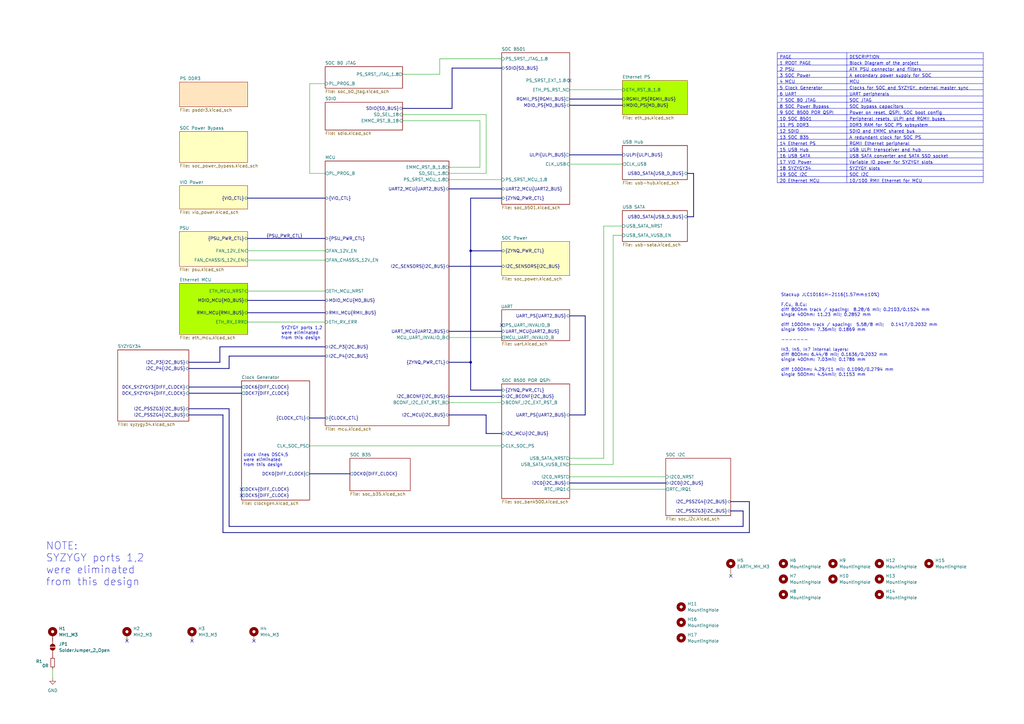
<source format=kicad_sch>
(kicad_sch (version 20250114) (generator "eeschema") (generator_version "9.0")
  (paper "A3")
  (title_block (title "NASR-M") (date "2025-09-22") (rev "D 0.9.4") (company "electrodyssey.net") (comment 1 "Top Level Schema") (comment 2 "(c) Nazim 2025") (comment 3 "Author: Nazim Aghabayov") (comment 4 "SYZYGY Carrier Mainboard") (comment 5 "rel: Fletched Bustard"))
  (lib_symbols
    (symbol "Device:R_Small" (pin_numbers (hide yes)) (pin_names (offset 0.254) (hide yes))
      (property "Reference" "R" (at 0.762 0.508 0))
      (property "Value" "R_Small" (at 0.762 -1.016 0))
      (symbol "R_Small_0_1"
        (rectangle (start -0.762 1.778) (end 0.762 -1.778) (stroke (width 0.2032)))
      )
      (symbol "R_Small_1_1"
        (pin passive line (at 0 2.54 270) (length 0.762) (name "~") (number "1"))
        (pin passive line (at 0 -2.54 90) (length 0.762) (name "~") (number "2"))
      )
    )
    (symbol "Jumper:SolderJumper_2_Open" (pin_numbers (hide yes)) (pin_names (offset 0) (hide yes)) (exclude_from_sim yes) (in_bom no)
      (property "Reference" "JP" (at 0 2.032 0))
      (property "Value" "SolderJumper_2_Open" (at 0 -2.54 0))
      (symbol "SolderJumper_2_Open_0_1"
        (polyline (pts (xy -0.254 1.016) (xy -0.254 -1.016)))
        (arc (start -0.254 -1.016) (mid -1.2656 0) (end -0.254 1.016))
        (arc (start -0.254 -1.016) (mid -1.2656 0) (end -0.254 1.016) (fill (type outline)))
        (arc (start 0.254 1.016) (mid 1.2656 0) (end 0.254 -1.016))
        (arc (start 0.254 1.016) (mid 1.2656 0) (end 0.254 -1.016) (fill (type outline)))
        (polyline (pts (xy 0.254 1.016) (xy 0.254 -1.016)))
      )
      (symbol "SolderJumper_2_Open_1_1"
        (pin passive line (at -3.81 0 0) (length 2.54) (name "A") (number "1"))
        (pin passive line (at 3.81 0 180) (length 2.54) (name "B") (number "2"))
      )
    )
    (symbol "Mechanical:MountingHole" (pin_names (offset 1.016)) (exclude_from_sim yes) (in_bom no)
      (property "Reference" "H" (at 0 5.08 0))
      (property "Value" "MountingHole" (at 0 3.175 0))
      (symbol "MountingHole_0_1"
        (circle (center 0 0) (radius 1.27) (stroke (width 1.27)))
      )
    )
    (symbol "Mechanical:MountingHole_Pad" (pin_numbers (hide yes)) (pin_names (offset 1.016) (hide yes)) (exclude_from_sim yes) (in_bom no)
      (property "Reference" "H" (at 0 6.35 0))
      (property "Value" "MountingHole_Pad" (at 0 4.445 0))
      (symbol "MountingHole_Pad_0_1"
        (circle (center 0 1.27) (radius 1.27) (stroke (width 1.27)))
      )
      (symbol "MountingHole_Pad_1_1"
        (pin input line (at 0 -2.54 90) (length 2.54) (name "1") (number "1"))
      )
    )
    (symbol "power:GND" (power) (pin_numbers (hide yes)) (pin_names (offset 0) (hide yes))
      (property "Value" "GND" (at 0 -3.81 0))
      (symbol "GND_0_1"
        (polyline (pts (xy 0 0) (xy 0 -1.27) (xy 1.27 -1.27) (xy 0 -2.54) (xy -1.27 -1.27) (xy 0 -1.27)))
      )
      (symbol "GND_1_1"
        (pin power_in line (at 0 0 270) (length 0) (name "~") (number "1"))
      )
    )
  )
  (text "clock lines DSC4,5\nwere eliminated\nfrom this design" (at 99.822 188.722 0) (effects (font (size 1.27 1.27)) (justify left)))
  (text "NOTE:\nSYZYGY ports 1,2 \nwere eliminated\nfrom this design" (at 18.796 231.394 0) (effects (font (size 3.048 3.048)) (justify left)))
  (text "SYZYGY ports 1,2\nwere eliminated\nfrom this design" (at 115.316 136.652 0) (effects (font (size 1.27 1.27)) (justify left)))
  (text "Stackup JLC10161H-2116(1.57mm±10%)\n\nF.Cu, B.Cu:\ndiff 80Ohm track / spacing:  8.28/6 mil; 0.2103/0.1524 mm\nsingle 40Ohm: 11.23 mil; 0.2852 mm\n\ndiff 100Ohm track / spacing:  5.58/8 mil;   0.1417/0.2032 mm\nsingle 50Ohm: 7.36mil; 0.1869 mm\n\n-------\n\nIn3, In5, In7 internal layers:\ndiff 80Ohm: 6.44/8 mil; 0.1636/0.2032 mm\nsingle 40Ohm: 7.03mil; 0.1786 mm\n\ndiff 100Ohm: 4.29/11 mil; 0.1090/0.2794 mm\nsingle 50Ohm: 4.54mil; 0.1153 mm\n\n" (at 320.294 138.43 0) (effects (font (size 1.27 1.27)) (justify left)))
  (junction (at 193.04 102.87))
  (junction (at 193.04 148.59))
  (no_connect (at 52.07 262.89))
  (no_connect (at 78.74 262.89))
  (no_connect (at 299.72 236.22))
  (no_connect (at 205.74 133.35))
  (no_connect (at 233.68 33.02))
  (no_connect (at 104.14 262.89))
  (no_connect (at 99.06 200.66))
  (no_connect (at 99.06 203.2))
  (bus (pts (xy 284.48 71.12) (xy 284.48 88.9)))
  (bus (pts (xy 233.68 198.12) (xy 273.05 198.12)))
  (wire (pts (xy 184.15 73.66) (xy 205.74 73.66)))
  (bus (pts (xy 184.15 162.56) (xy 205.74 162.56)))
  (bus (pts (xy 199.39 177.8) (xy 199.39 170.18)))
  (wire (pts (xy 233.68 200.66) (xy 273.05 200.66)))
  (bus (pts (xy 199.39 170.18) (xy 184.15 170.18)))
  (bus (pts (xy 101.6 128.27) (xy 133.35 128.27)))
  (wire (pts (xy 52.07 262.89) (xy 52.07 261.62)))
  (bus (pts (xy 77.47 158.75) (xy 99.06 158.75)))
  (wire (pts (xy 127 34.29) (xy 127 71.12)))
  (wire (pts (xy 247.65 187.96) (xy 233.68 187.96)))
  (wire (pts (xy 233.68 67.31) (xy 255.27 67.31)))
  (wire (pts (xy 299.72 234.95) (xy 299.72 236.22)))
  (bus (pts (xy 304.8 209.55) (xy 299.72 209.55)))
  (wire (pts (xy 251.46 190.5) (xy 233.68 190.5)))
  (bus (pts (xy 193.04 102.87) (xy 205.74 102.87)))
  (bus (pts (xy 193.04 102.87) (xy 193.04 148.59)))
  (wire (pts (xy 233.68 36.83) (xy 255.27 36.83)))
  (wire (pts (xy 21.59 274.32) (xy 21.59 278.13)))
  (bus (pts (xy 77.47 151.13) (xy 93.98 151.13)))
  (bus (pts (xy 133.35 146.05) (xy 93.98 146.05)))
  (bus (pts (xy 184.15 109.22) (xy 205.74 109.22)))
  (wire (pts (xy 184.15 165.1) (xy 205.74 165.1)))
  (wire (pts (xy 196.85 68.58) (xy 184.15 68.58)))
  (bus (pts (xy 101.6 123.19) (xy 133.35 123.19)))
  (bus (pts (xy 133.35 142.24) (xy 90.17 142.24)))
  (bus (pts (xy 304.8 215.9) (xy 304.8 209.55)))
  (wire (pts (xy 184.15 138.43) (xy 205.74 138.43)))
  (bus (pts (xy 193.04 148.59) (xy 193.04 160.02)))
  (bus (pts (xy 205.74 81.28) (xy 193.04 81.28)))
  (bus (pts (xy 233.68 63.5) (xy 255.27 63.5)))
  (bus (pts (xy 91.44 170.18) (xy 91.44 218.44)))
  (bus (pts (xy 233.68 129.54) (xy 240.03 129.54)))
  (bus (pts (xy 233.68 43.18) (xy 255.27 43.18)))
  (bus (pts (xy 93.98 215.9) (xy 304.8 215.9)))
  (wire (pts (xy 196.85 49.53) (xy 196.85 68.58)))
  (bus (pts (xy 205.74 27.94) (xy 185.42 27.94)))
  (wire (pts (xy 180.34 30.48) (xy 180.34 24.13)))
  (wire (pts (xy 199.39 46.99) (xy 199.39 71.12)))
  (wire (pts (xy 255.27 96.52) (xy 251.46 96.52)))
  (bus (pts (xy 101.6 97.79) (xy 133.35 97.79)))
  (bus (pts (xy 281.94 71.12) (xy 284.48 71.12)))
  (bus (pts (xy 205.74 177.8) (xy 199.39 177.8)))
  (bus (pts (xy 205.74 160.02) (xy 193.04 160.02)))
  (bus (pts (xy 77.47 161.29) (xy 99.06 161.29)))
  (bus (pts (xy 93.98 151.13) (xy 93.98 146.05)))
  (bus (pts (xy 307.34 218.44) (xy 307.34 205.74)))
  (bus (pts (xy 77.47 167.64) (xy 93.98 167.64)))
  (wire (pts (xy 184.15 71.12) (xy 199.39 71.12)))
  (wire (pts (xy 247.65 92.71) (xy 247.65 187.96)))
  (bus (pts (xy 127 194.31) (xy 143.51 194.31)))
  (bus (pts (xy 240.03 129.54) (xy 240.03 170.18)))
  (bus (pts (xy 184.15 77.47) (xy 205.74 77.47)))
  (wire (pts (xy 127 71.12) (xy 133.35 71.12)))
  (bus (pts (xy 185.42 44.45) (xy 185.42 27.94)))
  (wire (pts (xy 101.6 119.38) (xy 133.35 119.38)))
  (bus (pts (xy 299.72 205.74) (xy 307.34 205.74)))
  (bus (pts (xy 101.6 81.28) (xy 133.35 81.28)))
  (bus (pts (xy 193.04 81.28) (xy 193.04 102.87)))
  (bus (pts (xy 91.44 218.44) (xy 307.34 218.44)))
  (bus (pts (xy 165.1 44.45) (xy 185.42 44.45)))
  (wire (pts (xy 251.46 96.52) (xy 251.46 190.5)))
  (wire (pts (xy 127 34.29) (xy 133.35 34.29)))
  (bus (pts (xy 184.15 135.89) (xy 205.74 135.89)))
  (bus (pts (xy 93.98 167.64) (xy 93.98 215.9)))
  (wire (pts (xy 101.6 132.08) (xy 133.35 132.08)))
  (wire (pts (xy 165.1 30.48) (xy 180.34 30.48)))
  (wire (pts (xy 165.1 46.99) (xy 199.39 46.99)))
  (bus (pts (xy 184.15 148.59) (xy 193.04 148.59)))
  (bus (pts (xy 77.47 148.59) (xy 90.17 148.59)))
  (bus (pts (xy 77.47 170.18) (xy 91.44 170.18)))
  (wire (pts (xy 165.1 49.53) (xy 196.85 49.53)))
  (wire (pts (xy 127 182.88) (xy 205.74 182.88)))
  (wire (pts (xy 101.6 102.87) (xy 133.35 102.87)))
  (bus (pts (xy 90.17 142.24) (xy 90.17 148.59)))
  (wire (pts (xy 233.68 195.58) (xy 273.05 195.58)))
  (wire (pts (xy 255.27 92.71) (xy 247.65 92.71)))
  (bus (pts (xy 233.68 170.18) (xy 240.03 170.18)))
  (wire (pts (xy 101.6 106.68) (xy 133.35 106.68)))
  (bus (pts (xy 127 171.45) (xy 133.35 171.45)))
  (wire (pts (xy 180.34 24.13) (xy 205.74 24.13)))
  (bus (pts (xy 281.94 88.9) (xy 284.48 88.9)))
  (bus (pts (xy 233.68 40.64) (xy 255.27 40.64)))
  (wire (pts (xy 21.59 262.89) (xy 21.59 261.62)))
  (table (column_count 2) (border (external yes) (header yes)) (separators (rows yes) (cols yes)) (column_widths 28.575 55.88) (row_heights 2.54 2.54 2.54 2.54 2.54 2.54 2.54 2.54 2.54 2.54 2.54 2.54 2.54 2.54 2.54 2.54 2.54 2.54 2.54 2.54 2.54) (cells (table_cell "PAGE" (at 318.77 21.59 0) (size 28.575 2.54) (margins 0.9525 0.9525 0.9525 0.9525) (span 1 1)) (table_cell "DESCRIPTION" (at 347.345 21.59 0) (size 55.88 2.54) (margins 0.9525 0.9525 0.9525 0.9525) (span 1 1)) (table_cell "1 ROOT PAGE" (at 318.77 24.13 0) (size 28.575 2.54) (margins 0.9525 0.9525 0.9525 0.9525) (span 1 1)) (table_cell "Block Diagram of the project" (at 347.345 24.13 0) (size 55.88 2.54) (margins 0.9525 0.9525 0.9525 0.9525) (span 1 1)) (table_cell "2 PSU" (at 318.77 26.67 0) (size 28.575 2.54) (margins 0.9525 0.9525 0.9525 0.9525) (span 1 1)) (table_cell "ATX PSU connector and filters" (at 347.345 26.67 0) (size 55.88 2.54) (margins 0.9525 0.9525 0.9525 0.9525) (span 1 1)) (table_cell "3 SOC Power" (at 318.77 29.21 0) (size 28.575 2.54) (margins 0.9525 0.9525 0.9525 0.9525) (span 1 1)) (table_cell "A secondary power supply for SOC" (at 347.345 29.21 0) (size 55.88 2.54) (margins 0.9525 0.9525 0.9525 0.9525) (span 1 1)) (table_cell "4 MCU" (at 318.77 31.75 0) (size 28.575 2.54) (margins 0.9525 0.9525 0.9525 0.9525) (span 1 1)) (table_cell "MCU" (at 347.345 31.75 0) (size 55.88 2.54) (margins 0.9525 0.9525 0.9525 0.9525) (span 1 1)) (table_cell "5 Clock Generator" (at 318.77 34.29 0) (size 28.575 2.54) (margins 0.9525 0.9525 0.9525 0.9525) (span 1 1)) (table_cell "Clocks for SOC and SYZYGY, external master sync" (at 347.345 34.29 0) (size 55.88 2.54) (margins 0.9525 0.9525 0.9525 0.9525) (span 1 1)) (table_cell "6 UART" (at 318.77 36.83 0) (size 28.575 2.54) (margins 0.9525 0.9525 0.9525 0.9525) (span 1 1)) (table_cell "UART peripherals" (at 347.345 36.83 0) (size 55.88 2.54) (margins 0.9525 0.9525 0.9525 0.9525) (span 1 1)) (table_cell "7 SOC B0 JTAG" (at 318.77 39.37 0) (size 28.575 2.54) (margins 0.9525 0.9525 0.9525 0.9525) (span 1 1)) (table_cell "SOC JTAG" (at 347.345 39.37 0) (size 55.88 2.54) (margins 0.9525 0.9525 0.9525 0.9525) (span 1 1)) (table_cell "8 SOC Power Bypass" (at 318.77 41.91 0) (size 28.575 2.54) (margins 0.9525 0.9525 0.9525 0.9525) (span 1 1)) (table_cell "SOC bypass capacitors" (at 347.345 41.91 0) (size 55.88 2.54) (margins 0.9525 0.9525 0.9525 0.9525) (span 1 1)) (table_cell "9 SOC B500 POR QSPI" (at 318.77 44.45 0) (size 28.575 2.54) (margins 0.9525 0.9525 0.9525 0.9525) (span 1 1)) (table_cell "Power on reset, QSPI, SOC boot config" (at 347.345 44.45 0) (size 55.88 2.54) (margins 0.9525 0.9525 0.9525 0.9525) (span 1 1)) (table_cell "10 SOC B501" (at 318.77 46.99 0) (size 28.575 2.54) (margins 0.9525 0.9525 0.9525 0.9525) (span 1 1)) (table_cell "Peripheral resets, ULPI and RGMII buses" (at 347.345 46.99 0) (size 55.88 2.54) (margins 0.9525 0.9525 0.9525 0.9525) (span 1 1)) (table_cell "11 PS DDR3" (at 318.77 49.53 0) (size 28.575 2.54) (margins 0.9525 0.9525 0.9525 0.9525) (span 1 1)) (table_cell "DDR3 RAM for SOC PS sybsystem" (at 347.345 49.53 0) (size 55.88 2.54) (margins 0.9525 0.9525 0.9525 0.9525) (span 1 1)) (table_cell "12 SDIO" (at 318.77 52.07 0) (size 28.575 2.54) (margins 0.9525 0.9525 0.9525 0.9525) (span 1 1)) (table_cell "SDIO and EMMC shared bus" (at 347.345 52.07 0) (size 55.88 2.54) (margins 0.9525 0.9525 0.9525 0.9525) (span 1 1)) (table_cell "13 SOC B35" (at 318.77 54.61 0) (size 28.575 2.54) (margins 0.9525 0.9525 0.9525 0.9525) (span 1 1)) (table_cell "A redundant clock for SOC PS" (at 347.345 54.61 0) (size 55.88 2.54) (margins 0.9525 0.9525 0.9525 0.9525) (span 1 1)) (table_cell "14 Ethernet PS" (at 318.77 57.15 0) (size 28.575 2.54) (margins 0.9525 0.9525 0.9525 0.9525) (span 1 1)) (table_cell "RGMII Ethernet peripheral" (at 347.345 57.15 0) (size 55.88 2.54) (margins 0.9525 0.9525 0.9525 0.9525) (span 1 1)) (table_cell "15 USB Hub" (at 318.77 59.69 0) (size 28.575 2.54) (margins 0.9525 0.9525 0.9525 0.9525) (span 1 1)) (table_cell "USB ULPI transceiver and hub" (at 347.345 59.69 0) (size 55.88 2.54) (margins 0.9525 0.9525 0.9525 0.9525) (span 1 1)) (table_cell "16 USB SATA" (at 318.77 62.23 0) (size 28.575 2.54) (margins 0.9525 0.9525 0.9525 0.9525) (span 1 1)) (table_cell "USB SATA converter and SATA SSD socket" (at 347.345 62.23 0) (size 55.88 2.54) (margins 0.9525 0.9525 0.9525 0.9525) (span 1 1)) (table_cell "17 VIO Power" (at 318.77 64.77 0) (size 28.575 2.54) (margins 0.9525 0.9525 0.9525 0.9525) (span 1 1)) (table_cell "Variable IO power for SYZYGY slots" (at 347.345 64.77 0) (size 55.88 2.54) (margins 0.9525 0.9525 0.9525 0.9525) (span 1 1)) (table_cell "18 SYZYGY34" (at 318.77 67.31 0) (size 28.575 2.54) (margins 0.9525 0.9525 0.9525 0.9525) (span 1 1)) (table_cell "SYZYGY slots" (at 347.345 67.31 0) (size 55.88 2.54) (margins 0.9525 0.9525 0.9525 0.9525) (span 1 1)) (table_cell "19 SOC I2C" (at 318.77 69.85 0) (size 28.575 2.54) (margins 0.9525 0.9525 0.9525 0.9525) (span 1 1)) (table_cell "SOC I2C" (at 347.345 69.85 0) (size 55.88 2.54) (margins 0.9525 0.9525 0.9525 0.9525) (span 1 1)) (table_cell "20 Ethernet MCU" (at 318.77 72.39 0) (size 28.575 2.54) (margins 0.9525 0.9525 0.9525 0.9525) (span 1 1)) (table_cell "10/100 RMII Ethernet for MCU" (at 347.345 72.39 0) (size 55.88 2.54) (margins 0.9525 0.9525 0.9525 0.9525) (span 1 1))))
  (label "{PSU_PWR_CTL}" (at 109.22 97.79 0))
  (symbol (lib_id "Mechanical:MountingHole_Pad") (at 299.72 232.41 0) (unit 1) (exclude_from_sim yes) (in_bom no)
    (property "Reference" "H5" (at 302.26 229.8699 0) (effects (justify left)))
    (property "Value" "EARTH_MH_M3" (at 302.26 232.4099 0) (effects (justify left)))
    (property "Footprint" "MountingHole:MountingHole_3.2mm_M3_Pad_Via" (effects (hide yes)))
    (property "Description" "Mounting Hole with connection" (effects (hide yes)))
  )
  (symbol (lib_id "Mechanical:MountingHole") (at 279.4 248.92 0) (unit 1) (exclude_from_sim yes) (in_bom no)
    (property "Reference" "H11" (at 281.94 247.6499 0) (effects (justify left)))
    (property "Value" "MountingHole" (at 281.94 250.1899 0) (effects (justify left)))
    (property "Footprint" "MountingHole:MountingHole_4.3mm_M4_Pad_TopBottom" (effects (hide yes)))
    (property "Description" "Mounting Hole without connection" (effects (hide yes)))
  )
  (symbol (lib_id "Mechanical:MountingHole") (at 321.31 231.14 0) (unit 1) (exclude_from_sim yes) (in_bom no)
    (property "Reference" "H6" (at 323.85 229.8699 0) (effects (justify left)))
    (property "Value" "MountingHole" (at 323.85 232.4099 0) (effects (justify left)))
    (property "Footprint" "MountingHole:MountingHole_3.2mm_M3" (effects (hide yes)))
    (property "Description" "Mounting Hole without connection" (effects (hide yes)))
  )
  (symbol (lib_id "Mechanical:MountingHole") (at 341.63 237.49 0) (unit 1) (exclude_from_sim yes) (in_bom no)
    (property "Reference" "H10" (at 344.17 236.2199 0) (effects (justify left)))
    (property "Value" "MountingHole" (at 344.17 238.7599 0) (effects (justify left)))
    (property "Footprint" "MountingHole:MountingHole_3.2mm_M3" (effects (hide yes)))
    (property "Description" "Mounting Hole without connection" (effects (hide yes)))
  )
  (symbol (lib_id "Mechanical:MountingHole") (at 279.4 255.27 0) (unit 1) (exclude_from_sim yes) (in_bom no)
    (property "Reference" "H16" (at 281.94 253.9999 0) (effects (justify left)))
    (property "Value" "MountingHole" (at 281.94 256.5399 0) (effects (justify left)))
    (property "Footprint" "MountingHole:MountingHole_4.3mm_M4_Pad_TopBottom" (effects (hide yes)))
    (property "Description" "Mounting Hole without connection" (effects (hide yes)))
  )
  (symbol (lib_id "Mechanical:MountingHole") (at 321.31 243.84 0) (unit 1) (exclude_from_sim yes) (in_bom no)
    (property "Reference" "H8" (at 323.85 242.5699 0) (effects (justify left)))
    (property "Value" "MountingHole" (at 323.85 245.1099 0) (effects (justify left)))
    (property "Footprint" "MountingHole:MountingHole_3.2mm_M3" (effects (hide yes)))
    (property "Description" "Mounting Hole without connection" (effects (hide yes)))
  )
  (symbol (lib_id "Mechanical:MountingHole_Pad") (at 21.59 260.35 0) (unit 1) (exclude_from_sim yes) (in_bom no)
    (property "Reference" "H1" (at 24.13 257.8099 0) (effects (justify left)))
    (property "Value" "MH1_M3" (at 24.13 260.3499 0) (effects (justify left)))
    (property "Footprint" "MountingHole:MountingHole_3.2mm_M3_Pad_Via" (effects (hide yes)))
    (property "Description" "Mounting Hole with connection" (effects (hide yes)))
  )
  (symbol (lib_id "Mechanical:MountingHole") (at 360.68 243.84 0) (unit 1) (exclude_from_sim yes) (in_bom no)
    (property "Reference" "H14" (at 363.22 242.5699 0) (effects (justify left)))
    (property "Value" "MountingHole" (at 363.22 245.1099 0) (effects (justify left)))
    (property "Footprint" "MountingHole:MountingHole_3.2mm_M3" (effects (hide yes)))
    (property "Description" "Mounting Hole without connection" (effects (hide yes)))
  )
  (symbol (lib_id "Mechanical:MountingHole_Pad") (at 52.07 260.35 0) (unit 1) (exclude_from_sim yes) (in_bom no)
    (property "Reference" "H2" (at 54.61 257.8099 0) (effects (justify left)))
    (property "Value" "MH2_M3" (at 54.61 260.3499 0) (effects (justify left)))
    (property "Footprint" "MountingHole:MountingHole_3.2mm_M3_Pad_Via" (effects (hide yes)))
    (property "Description" "Mounting Hole with connection" (effects (hide yes)))
  )
  (symbol (lib_id "Mechanical:MountingHole_Pad") (at 104.14 260.35 0) (unit 1) (exclude_from_sim yes) (in_bom no)
    (property "Reference" "H4" (at 106.68 257.8099 0) (effects (justify left)))
    (property "Value" "MH4_M3" (at 106.68 260.3499 0) (effects (justify left)))
    (property "Footprint" "MountingHole:MountingHole_3.2mm_M3_Pad_Via" (effects (hide yes)))
    (property "Description" "Mounting Hole with connection" (effects (hide yes)))
  )
  (symbol (lib_id "Mechanical:MountingHole") (at 279.4 261.62 0) (unit 1) (exclude_from_sim yes) (in_bom no)
    (property "Reference" "H17" (at 281.94 260.3499 0) (effects (justify left)))
    (property "Value" "MountingHole" (at 281.94 262.8899 0) (effects (justify left)))
    (property "Footprint" "MountingHole:MountingHole_4.3mm_M4_Pad_TopBottom" (effects (hide yes)))
    (property "Description" "Mounting Hole without connection" (effects (hide yes)))
  )
  (symbol (lib_id "Jumper:SolderJumper_2_Open") (at 21.59 265.43 90) (unit 1) (exclude_from_sim yes) (in_bom no)
    (property "Reference" "JP1" (at 24.13 264.1599 90) (effects (justify right)))
    (property "Value" "SolderJumper_2_Open" (at 24.13 266.6999 90) (effects (justify right)))
    (property "Footprint" "Jumper:SolderJumper-2_P1.3mm_Open_RoundedPad1.0x1.5mm" (effects (hide yes)))
    (property "Description" "Solder Jumper, 2-pole, open" (effects (hide yes)))
  )
  (symbol (lib_id "power:GND") (at 21.59 278.13 0) (unit 1)
    (property "Reference" "#PWR02" (effects (hide yes)))
    (property "Value" "GND" (at 21.59 283.21 0))
    (property "Description" "Power symbol creates a global label with name \"GND\" , ground" (effects (hide yes)))
  )
  (symbol (lib_id "Mechanical:MountingHole") (at 341.63 231.14 0) (unit 1) (exclude_from_sim yes) (in_bom no)
    (property "Reference" "H9" (at 344.17 229.8699 0) (effects (justify left)))
    (property "Value" "MountingHole" (at 344.17 232.4099 0) (effects (justify left)))
    (property "Footprint" "MountingHole:MountingHole_3.2mm_M3" (effects (hide yes)))
    (property "Description" "Mounting Hole without connection" (effects (hide yes)))
  )
  (symbol (lib_id "Mechanical:MountingHole") (at 360.68 231.14 0) (unit 1) (exclude_from_sim yes) (in_bom no)
    (property "Reference" "H12" (at 363.22 229.8699 0) (effects (justify left)))
    (property "Value" "MountingHole" (at 363.22 232.4099 0) (effects (justify left)))
    (property "Footprint" "MountingHole:MountingHole_3.2mm_M3" (effects (hide yes)))
    (property "Description" "Mounting Hole without connection" (effects (hide yes)))
  )
  (symbol (lib_id "Mechanical:MountingHole") (at 381 231.14 0) (unit 1) (exclude_from_sim yes) (in_bom no)
    (property "Reference" "H15" (at 383.54 229.8699 0) (effects (justify left)))
    (property "Value" "MountingHole" (at 383.54 232.4099 0) (effects (justify left)))
    (property "Footprint" "MountingHole:MountingHole_3.2mm_M3" (effects (hide yes)))
    (property "Description" "Mounting Hole without connection" (effects (hide yes)))
  )
  (symbol (lib_id "Mechanical:MountingHole") (at 321.31 237.49 0) (unit 1) (exclude_from_sim yes) (in_bom no)
    (property "Reference" "H7" (at 323.85 236.2199 0) (effects (justify left)))
    (property "Value" "MountingHole" (at 323.85 238.7599 0) (effects (justify left)))
    (property "Footprint" "MountingHole:MountingHole_3.2mm_M3" (effects (hide yes)))
    (property "Description" "Mounting Hole without connection" (effects (hide yes)))
  )
  (symbol (lib_id "Mechanical:MountingHole_Pad") (at 78.74 260.35 0) (unit 1) (exclude_from_sim yes) (in_bom no)
    (property "Reference" "H3" (at 81.28 257.8099 0) (effects (justify left)))
    (property "Value" "MH3_M3" (at 81.28 260.3499 0) (effects (justify left)))
    (property "Footprint" "MountingHole:MountingHole_3.2mm_M3_Pad_Via" (effects (hide yes)))
    (property "Description" "Mounting Hole with connection" (effects (hide yes)))
  )
  (symbol (lib_id "Device:R_Small") (at 21.59 271.78 180) (unit 1)
    (property "Reference" "R1" (at 14.732 271.272 0) (effects (justify right)))
    (property "Value" "0R" (at 17.272 273.05 0) (effects (justify right)))
    (property "Footprint" "Resistor_SMD:R_1210_3225Metric_Pad1.30x2.65mm_HandSolder" (effects (hide yes)))
    (property "JLCPCB Part #" "C137090" (effects (hide yes)))
    (property "Part" "RC1210JR-070RL" (effects (hide yes)))
  )
  (symbol (lib_id "Mechanical:MountingHole") (at 360.68 237.49 0) (unit 1) (exclude_from_sim yes) (in_bom no)
    (property "Reference" "H13" (at 363.22 236.2199 0) (effects (justify left)))
    (property "Value" "MountingHole" (at 363.22 238.7599 0) (effects (justify left)))
    (property "Footprint" "MountingHole:MountingHole_3.2mm_M3" (effects (hide yes)))
    (property "Description" "Mounting Hole without connection" (effects (hide yes)))
  )
  (sheet (at 73.66 76.2) (size 27.94 9.525) (stroke (width 0.1524)) (fill (color 255 255 194 1.0000))
    (property "Sheetname" "VIO Power" (at 73.66 75.4884 0) (effects (justify left bottom)))
    (property "Sheetfile" "vio_power.kicad_sch" (at 73.66 86.3096 0) (effects (justify left top)))
    (pin "{VIO_CTL}" bidirectional (at 101.6 81.28 0))
  )
  (sheet (at 273.05 187.96) (size 26.67 23.495) (stroke (width 0.1524))
    (property "Sheetname" "SOC I2C" (at 273.05 187.2484 0) (effects (justify left bottom)))
    (property "Sheetfile" "soc_i2c.kicad_sch" (at 273.05 212.0396 0) (effects (justify left top)))
    (pin "I2C_PSSZG3{I2C_BUS}" bidirectional (at 299.72 209.55 0))
    (pin "I2C_PSSZG4{I2C_BUS}" bidirectional (at 299.72 205.74 0))
    (pin "I2C0_NRST" input (at 273.05 195.58 180))
    (pin "I2C0{I2C_BUS}" bidirectional (at 273.05 198.12 180))
    (pin "RTC_IRQ1" output (at 273.05 200.66 180))
  )
  (sheet (at 73.533 94.996) (size 28.067 14.224) (stroke (width 0.1524)) (fill (color 255 255 194 1.0000))
    (property "Sheetname" "PSU" (at 73.533 94.2844 0) (effects (justify left bottom)))
    (property "Sheetfile" "psu.kicad_sch" (at 73.533 109.8046 0) (effects (justify left top)))
    (pin "{PSU_PWR_CTL}" bidirectional (at 101.6 97.79 0))
    (pin "FAN_12V_EN" input (at 101.6 102.87 0))
    (pin "FAN_CHASSIS_12V_EN" input (at 101.6 106.68 0))
  )
  (sheet (at 133.35 27.305) (size 31.75 8.89) (stroke (width 0.1524))
    (property "Sheetname" "SOC B0 JTAG" (at 133.35 26.5934 0) (effects (justify left bottom)))
    (property "Sheetfile" "soc_b0_jtag.kicad_sch" (at 133.35 36.7796 0) (effects (justify left top)))
    (pin "PS_SRST_JTAG_1.8" output (at 165.1 30.48 0))
    (pin "PL_PROG_B" input (at 133.35 34.29 180))
  )
  (sheet (at 133.35 66.04) (size 50.8 108.585) (stroke (width 0.1524))
    (property "Sheetname" "MCU" (at 133.35 65.3284 0) (effects (justify left bottom)))
    (property "Sheetfile" "mcu.kicad_sch" (at 133.35 175.2096 0) (effects (justify left top)))
    (pin "{ZYNQ_PWR_CTL}" bidirectional (at 184.15 148.59 0))
    (pin "{PSU_PWR_CTL}" bidirectional (at 133.35 97.79 180))
    (pin "{CLOCK_CTL}" bidirectional (at 133.35 171.45 180))
    (pin "{VIO_CTL}" bidirectional (at 133.35 81.28 180))
    (pin "FAN_12V_EN" output (at 133.35 102.87 180))
    (pin "FAN_CHASSIS_12V_EN" output (at 133.35 106.68 180))
    (pin "PS_SRST_MCU_1.8" output (at 184.15 73.66 0))
    (pin "I2C_BCONF{I2C_BUS}" bidirectional (at 184.15 162.56 0))
    (pin "I2C_MCU{I2C_BUS}" bidirectional (at 184.15 170.18 0))
    (pin "UART_MCU{UART2_BUS}" bidirectional (at 184.15 135.89 0))
    (pin "MCU_UART_INVALID_B" input (at 184.15 138.43 0))
    (pin "I2C_P3{I2C_BUS}" bidirectional (at 133.35 142.24 180))
    (pin "I2C_P4{I2C_BUS}" bidirectional (at 133.35 146.05 180))
    (pin "BCONF_I2C_EXT_RST_B" output (at 184.15 165.1 0))
    (pin "PL_PROG_B" output (at 133.35 71.12 180))
    (pin "EMMC_RST_B_1.8" output (at 184.15 68.58 0))
    (pin "SD_SEL_1.8" output (at 184.15 71.12 0))
    (pin "UART2_MCU{UART2_BUS}" bidirectional (at 184.15 77.47 0))
    (pin "I2C_SENSORS{I2C_BUS}" bidirectional (at 184.15 109.22 0))
    (pin "MDIO_MCU{MD_BUS}" bidirectional (at 133.35 123.19 180))
    (pin "RMII_MCU{RMII_BUS}" bidirectional (at 133.35 128.27 180))
    (pin "ETH_RX_ERR" input (at 133.35 132.08 180))
    (pin "ETH_MCU_NRST" output (at 133.35 119.38 180))
  )
  (sheet (at 255.27 33.02) (size 26.67 13.97) (stroke (width 0.1524)) (fill (color 177 255 2 1.0000))
    (property "Sheetname" "Ethernet PS" (at 255.27 32.3084 0) (effects (justify left bottom)))
    (property "Sheetfile" "eth_ps.kicad_sch" (at 255.27 47.5746 0) (effects (justify left top)))
    (pin "RGMII_PS{RGMII_BUS}" input (at 255.27 40.64 180))
    (pin "MDIO_PS{MD_BUS}" bidirectional (at 255.27 43.18 180))
    (pin "ETH_RST_B_1.8" input (at 255.27 36.83 180))
  )
  (sheet (at 143.51 187.96) (size 24.765 13.335) (stroke (width 0.1524))
    (property "Sheetname" "SOC B35" (at 143.51 187.2484 0) (effects (justify left bottom)))
    (property "Sheetfile" "soc_b35.kicad_sch" (at 143.51 201.8796 0) (effects (justify left top)))
    (pin "DCK0{DIFF_CLOCK}" output (at 143.51 194.31 180))
  )
  (sheet (at 133.35 41.91) (size 31.75 11.43) (stroke (width 0.1524))
    (property "Sheetname" "SDIO" (at 133.35 41.1984 0) (effects (justify left bottom)))
    (property "Sheetfile" "sdio.kicad_sch" (at 133.35 53.9246 0) (effects (justify left top)))
    (pin "EMMC_RST_B_18" input (at 165.1 49.53 0))
    (pin "SD_SEL_18" input (at 165.1 46.99 0))
    (pin "SDIO{SD_BUS}" bidirectional (at 165.1 44.45 0))
  )
  (sheet (at 205.74 21.59) (size 27.94 62.23) (stroke (width 0.1524))
    (property "Sheetname" "SOC B501" (at 205.74 20.8784 0) (effects (justify left bottom)))
    (property "Sheetfile" "soc_b501.kicad_sch" (at 205.74 84.4046 0) (effects (justify left top)))
    (pin "PS_SRST_MCU_1.8" input (at 205.74 73.66 180))
    (pin "PS_SRST_JTAG_1.8" input (at 205.74 24.13 180))
    (pin "PS_SRST_EXT_1.8" input (at 233.68 33.02 0))
    (pin "ETH_PS_RST_N" output (at 233.68 36.83 0))
    (pin "ULPI{ULPI_BUS}" output (at 233.68 63.5 0))
    (pin "CLK_USB" input (at 233.68 67.31 0))
    (pin "RGMII_PS{RGMII_BUS}" output (at 233.68 40.64 0))
    (pin "SDIO{SD_BUS}" bidirectional (at 205.74 27.94 180))
    (pin "{ZYNQ_PWR_CTL}" bidirectional (at 205.74 81.28 180))
    (pin "MDIO_PS{MD_BUS}" bidirectional (at 233.68 43.18 0))
    (pin "UART2_MCU{UART2_BUS}" bidirectional (at 205.74 77.47 180))
  )
  (sheet (at 205.74 127) (size 27.94 12.7) (stroke (width 0.1524))
    (property "Sheetname" "UART" (at 205.486 126.492 0) (effects (justify left bottom)))
    (property "Sheetfile" "uart.kicad_sch" (at 205.74 140.2846 0) (effects (justify left top)))
    (pin "UART_MCU{UART2_BUS}" bidirectional (at 205.74 135.89 180))
    (pin "UART_PS{UART2_BUS}" bidirectional (at 233.68 129.54 0))
    (pin "PS_UART_INVALID_B" output (at 205.74 133.35 180))
    (pin "MCU_UART_INVALID_B" output (at 205.74 138.43 180))
  )
  (sheet (at 255.27 86.36) (size 26.67 12.7) (stroke (width 0.1524))
    (property "Sheetname" "USB SATA" (at 255.27 85.6484 0) (effects (justify left bottom)))
    (property "Sheetfile" "usb-sata.kicad_sch" (at 255.27 99.6446 0) (effects (justify left top)))
    (pin "USB_SATA_NRST" input (at 255.27 92.71 180))
    (pin "USB_SATA_VUSB_EN" input (at 255.27 96.52 180))
    (pin "USBD_SATA{USB_D_BUS}" bidirectional (at 281.94 88.9 0))
  )
  (sheet (at 255.27 59.69) (size 26.67 13.97) (stroke (width 0.1524))
    (property "Sheetname" "USB Hub" (at 255.27 58.9784 0) (effects (justify left bottom)))
    (property "Sheetfile" "usb-hub.kicad_sch" (at 255.27 74.2446 0) (effects (justify left top)))
    (pin "CLK_USB" output (at 255.27 67.31 180))
    (pin "ULPI{ULPI_BUS}" input (at 255.27 63.5 180))
    (pin "USBD_SATA{USB_D_BUS}" bidirectional (at 281.94 71.12 0))
  )
  (sheet (at 99.06 156.21) (size 27.94 48.895) (stroke (width 0.1524))
    (property "Sheetname" "Clock Generator" (at 99.06 155.4984 0) (effects (justify left bottom)))
    (property "Sheetfile" "clockgen.kicad_sch" (at 99.06 205.6896 0) (effects (justify left top)))
    (pin "DCK4{DIFF_CLOCK}" output (at 99.06 200.66 180))
    (pin "DCK5{DIFF_CLOCK}" output (at 99.06 203.2 180))
    (pin "CLK_SOC_PS" output (at 127 182.88 0))
    (pin "DCK6{DIFF_CLOCK}" output (at 99.06 158.75 180))
    (pin "DCK7{DIFF_CLOCK}" output (at 99.06 161.29 180))
    (pin "{CLOCK_CTL}" bidirectional (at 127 171.45 0))
    (pin "DCK0{DIFF_CLOCK}" output (at 127 194.31 0))
  )
  (sheet (at 205.74 99.06) (size 27.94 13.97) (stroke (width 0.1524)) (fill (color 255 255 194 1.0000))
    (property "Sheetname" "SOC Power" (at 205.74 98.3484 0) (effects (justify left bottom)))
    (property "Sheetfile" "soc_power.kicad_sch" (at 205.74 113.6146 0) (effects (justify left top)))
    (pin "{ZYNQ_PWR_CTL}" bidirectional (at 205.74 102.87 180))
    (pin "I2C_SENSORS{I2C_BUS}" bidirectional (at 205.74 109.22 180))
  )
  (sheet (at 48.26 143.51) (size 29.21 29.21) (stroke (width 0.1524))
    (property "Sheetname" "SYZYGY34" (at 48.26 142.7984 0) (effects (justify left bottom)))
    (property "Sheetfile" "syzygy34.kicad_sch" (at 48.26 173.3046 0) (effects (justify left top)))
    (pin "DCK_SYZYGY4{DIFF_CLOCK}" input (at 77.47 161.29 0))
    (pin "DCK_SYZYGY3{DIFF_CLOCK}" input (at 77.47 158.75 0))
    (pin "I2C_PSSZG4{I2C_BUS}" bidirectional (at 77.47 170.18 0))
    (pin "I2C_PSSZG3{I2C_BUS}" bidirectional (at 77.47 167.64 0))
    (pin "I2C_P3{I2C_BUS}" bidirectional (at 77.47 148.59 0))
    (pin "I2C_P4{I2C_BUS}" bidirectional (at 77.47 151.13 0))
  )
  (sheet (at 73.66 33.655) (size 27.94 10.16) (stroke (width 0.1524)) (fill (color 255 229 191 1.0000))
    (property "Sheetname" "PS DDR3" (at 73.66 32.9434 0) (effects (justify left bottom)))
    (property "Sheetfile" "psddr3.kicad_sch" (at 73.66 44.3996 0) (effects (justify left top)))
  )
  (sheet (at 205.74 157.48) (size 27.94 46.99) (stroke (width 0.1524))
    (property "Sheetname" "SOC B500 POR QSPI" (at 205.74 156.7684 0) (effects (justify left bottom)))
    (property "Sheetfile" "soc_bank500.kicad_sch" (at 205.74 205.0546 0) (effects (justify left top)))
    (pin "CLK_SOC_PS" input (at 205.74 182.88 180))
    (pin "{ZYNQ_PWR_CTL}" bidirectional (at 205.74 160.02 180))
    (pin "I2C_BCONF{I2C_BUS}" bidirectional (at 205.74 162.56 180))
    (pin "BCONF_I2C_EXT_RST_B" input (at 205.74 165.1 180))
    (pin "UART_PS{UART2_BUS}" bidirectional (at 233.68 170.18 0))
    (pin "I2C0_NRST" output (at 233.68 195.58 0))
    (pin "I2C0{I2C_BUS}" bidirectional (at 233.68 198.12 0))
    (pin "I2C_MCU{I2C_BUS}" bidirectional (at 205.74 177.8 180))
    (pin "RTC_IRQ1" input (at 233.68 200.66 0))
    (pin "USB_SATA_NRST" output (at 233.68 187.96 0))
    (pin "USB_SATA_VUSB_EN" output (at 233.68 190.5 0))
  )
  (sheet (at 73.66 116.205) (size 27.94 20.955) (stroke (width 0.1524)) (fill (color 177 255 2 1.0000))
    (property "Sheetname" "Ethernet MCU" (at 73.66 115.4934 0) (effects (justify left bottom)))
    (property "Sheetfile" "eth_mcu.kicad_sch" (at 73.66 137.7446 0) (effects (justify left top)))
    (pin "MDIO_MCU{MD_BUS}" bidirectional (at 101.6 123.19 0))
    (pin "RMII_MCU{RMII_BUS}" bidirectional (at 101.6 128.27 0))
    (pin "ETH_MCU_NRST" input (at 101.6 119.38 0))
    (pin "ETH_RX_ERR" output (at 101.6 132.08 0))
  )
  (sheet (at 73.66 53.975) (size 27.94 12.7) (stroke (width 0.1524)) (fill (color 255 255 194 1.0000))
    (property "Sheetname" "SOC Power Bypass" (at 73.66 53.2634 0) (effects (justify left bottom)))
    (property "Sheetfile" "soc_power_bypass.kicad_sch" (at 73.66 67.2596 0) (effects (justify left top)))
  )
)
</source>
